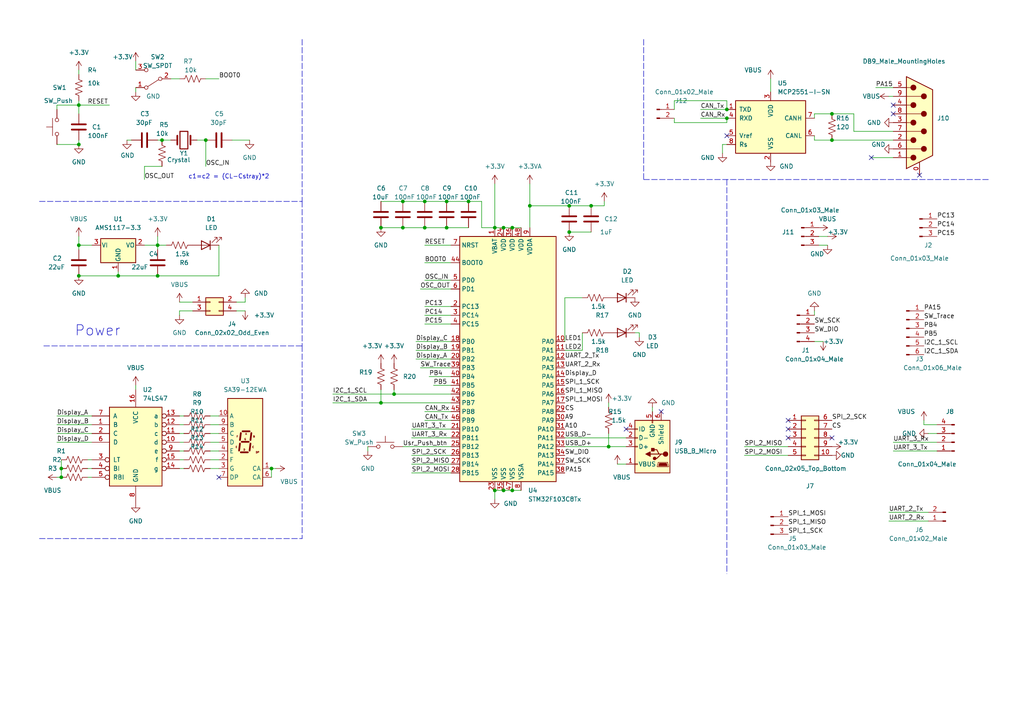
<source format=kicad_sch>
(kicad_sch (version 20211123) (generator eeschema)
  (paper "A4")
  (lib_symbols
    (symbol "74xx:74LS47" (pin_names (offset 1.016))
      (property "Reference" "U" (at -7.62 11.43 0))
      (property "Value" "74LS47" (at -7.62 -13.97 0))
      (symbol "74LS47_1_0"
        (pin input line (at -12.7 5.08 0) (length 5.08) (name "B") (number "1"))
        (pin open_collector inverted (at 12.7 0 180) (length 5.08) (name "d") (number "10"))
        (pin open_collector inverted (at 12.7 2.54 180) (length 5.08) (name "c") (number "11"))
        (pin open_collector inverted (at 12.7 5.08 180) (length 5.08) (name "b") (number "12"))
        (pin open_collector inverted (at 12.7 7.62 180) (length 5.08) (name "a") (number "13"))
        (pin open_collector inverted (at 12.7 -7.62 180) (length 5.08) (name "g") (number "14"))
        (pin open_collector inverted (at 12.7 -5.08 180) (length 5.08) (name "f") (number "15"))
        (pin power_in line (at 0 15.24 270) (length 5.08) (name "VCC") (number "16"))
        (pin input line (at -12.7 2.54 0) (length 5.08) (name "C") (number "2"))
        (pin input inverted (at -12.7 -5.08 0) (length 5.08) (name "LT") (number "3"))
        (pin input inverted (at -12.7 -7.62 0) (length 5.08) (name "BI") (number "4"))
        (pin input inverted (at -12.7 -10.16 0) (length 5.08) (name "RBI") (number "5"))
        (pin input line (at -12.7 0 0) (length 5.08) (name "D") (number "6"))
        (pin input line (at -12.7 7.62 0) (length 5.08) (name "A") (number "7"))
        (pin power_in line (at 0 -17.78 90) (length 5.08) (name "GND") (number "8"))
        (pin open_collector inverted (at 12.7 -2.54 180) (length 5.08) (name "e") (number "9"))
      )
    )
    (symbol "Connector:Conn_01x02_Male" (pin_names (offset 1.016) hide)
      (property "Reference" "J" (at 0 2.54 0))
      (property "Value" "Conn_01x02_Male" (at 0 -5.08 0))
      (symbol "Conn_01x02_Male_1_1"
        (pin passive line (at 5.08 0 180) (length 3.81) (name "Pin_1") (number "1"))
        (pin passive line (at 5.08 -2.54 180) (length 3.81) (name "Pin_2") (number "2"))
      )
    )
    (symbol "Connector:Conn_01x03_Male" (pin_names (offset 1.016) hide)
      (property "Reference" "J" (at 0 5.08 0))
      (property "Value" "Conn_01x03_Male" (at 0 -5.08 0))
      (symbol "Conn_01x03_Male_1_1"
        (pin passive line (at 5.08 2.54 180) (length 3.81) (name "Pin_1") (number "1"))
        (pin passive line (at 5.08 0 180) (length 3.81) (name "Pin_2") (number "2"))
        (pin passive line (at 5.08 -2.54 180) (length 3.81) (name "Pin_3") (number "3"))
      )
    )
    (symbol "Connector:Conn_01x04_Male" (pin_names (offset 1.016) hide)
      (property "Reference" "J" (at 0 5.08 0))
      (property "Value" "Conn_01x04_Male" (at 0 -7.62 0))
      (symbol "Conn_01x04_Male_1_1"
        (pin passive line (at 5.08 2.54 180) (length 3.81) (name "Pin_1") (number "1"))
        (pin passive line (at 5.08 0 180) (length 3.81) (name "Pin_2") (number "2"))
        (pin passive line (at 5.08 -2.54 180) (length 3.81) (name "Pin_3") (number "3"))
        (pin passive line (at 5.08 -5.08 180) (length 3.81) (name "Pin_4") (number "4"))
      )
    )
    (symbol "Connector:Conn_01x06_Male" (pin_names (offset 1.016) hide)
      (property "Reference" "J" (at 0 7.62 0))
      (property "Value" "Conn_01x06_Male" (at 0 -10.16 0))
      (symbol "Conn_01x06_Male_1_1"
        (pin passive line (at 5.08 5.08 180) (length 3.81) (name "Pin_1") (number "1"))
        (pin passive line (at 5.08 2.54 180) (length 3.81) (name "Pin_2") (number "2"))
        (pin passive line (at 5.08 0 180) (length 3.81) (name "Pin_3") (number "3"))
        (pin passive line (at 5.08 -2.54 180) (length 3.81) (name "Pin_4") (number "4"))
        (pin passive line (at 5.08 -5.08 180) (length 3.81) (name "Pin_5") (number "5"))
        (pin passive line (at 5.08 -7.62 180) (length 3.81) (name "Pin_6") (number "6"))
      )
    )
    (symbol "Connector:DB9_Male_MountingHoles" (pin_names (offset 1.016) hide)
      (property "Reference" "J" (at 0 16.51 0))
      (property "Value" "DB9_Male_MountingHoles" (at 0 14.605 0))
      (symbol "DB9_Male_MountingHoles_1_1"
        (pin passive line (at 0 -15.24 90) (length 3.81) (name "PAD") (number "0"))
        (pin passive line (at -7.62 -10.16 0) (length 3.81) (name "1") (number "1"))
        (pin passive line (at -7.62 -5.08 0) (length 3.81) (name "2") (number "2"))
        (pin passive line (at -7.62 0 0) (length 3.81) (name "3") (number "3"))
        (pin passive line (at -7.62 5.08 0) (length 3.81) (name "4") (number "4"))
        (pin passive line (at -7.62 10.16 0) (length 3.81) (name "5") (number "5"))
        (pin passive line (at -7.62 -7.62 0) (length 3.81) (name "6") (number "6"))
        (pin passive line (at -7.62 -2.54 0) (length 3.81) (name "7") (number "7"))
        (pin passive line (at -7.62 2.54 0) (length 3.81) (name "8") (number "8"))
        (pin passive line (at -7.62 7.62 0) (length 3.81) (name "9") (number "9"))
      )
    )
    (symbol "Connector:USB_B_Micro" (pin_names (offset 1.016))
      (property "Reference" "J" (at -5.08 11.43 0))
      (property "Value" "USB_B_Micro" (at -5.08 8.89 0))
      (symbol "USB_B_Micro_1_1"
        (pin power_out line (at 7.62 5.08 180) (length 2.54) (name "VBUS") (number "1"))
        (pin bidirectional line (at 7.62 -2.54 180) (length 2.54) (name "D-") (number "2"))
        (pin bidirectional line (at 7.62 0 180) (length 2.54) (name "D+") (number "3"))
        (pin passive line (at 7.62 -5.08 180) (length 2.54) (name "ID") (number "4"))
        (pin power_out line (at 0 -10.16 90) (length 2.54) (name "GND") (number "5"))
        (pin passive line (at -2.54 -10.16 90) (length 2.54) (name "Shield") (number "6"))
      )
    )
    (symbol "Connector_Generic:Conn_02x02_Odd_Even" (pin_names (offset 1.016) hide)
      (property "Reference" "J" (at 1.27 2.54 0))
      (property "Value" "Conn_02x02_Odd_Even" (at 1.27 -5.08 0))
      (symbol "Conn_02x02_Odd_Even_1_1"
        (pin passive line (at -5.08 0 0) (length 3.81) (name "Pin_1") (number "1"))
        (pin passive line (at 7.62 0 180) (length 3.81) (name "Pin_2") (number "2"))
        (pin passive line (at -5.08 -2.54 0) (length 3.81) (name "Pin_3") (number "3"))
        (pin passive line (at 7.62 -2.54 180) (length 3.81) (name "Pin_4") (number "4"))
      )
    )
    (symbol "Connector_Generic:Conn_02x05_Top_Bottom" (pin_names (offset 1.016) hide)
      (property "Reference" "J" (at 1.27 7.62 0))
      (property "Value" "Conn_02x05_Top_Bottom" (at 1.27 -7.62 0))
      (symbol "Conn_02x05_Top_Bottom_1_1"
        (pin passive line (at -5.08 5.08 0) (length 3.81) (name "Pin_1") (number "1"))
        (pin passive line (at 7.62 -5.08 180) (length 3.81) (name "Pin_10") (number "10"))
        (pin passive line (at -5.08 2.54 0) (length 3.81) (name "Pin_2") (number "2"))
        (pin passive line (at -5.08 0 0) (length 3.81) (name "Pin_3") (number "3"))
        (pin passive line (at -5.08 -2.54 0) (length 3.81) (name "Pin_4") (number "4"))
        (pin passive line (at -5.08 -5.08 0) (length 3.81) (name "Pin_5") (number "5"))
        (pin passive line (at 7.62 5.08 180) (length 3.81) (name "Pin_6") (number "6"))
        (pin passive line (at 7.62 2.54 180) (length 3.81) (name "Pin_7") (number "7"))
        (pin passive line (at 7.62 0 180) (length 3.81) (name "Pin_8") (number "8"))
        (pin passive line (at 7.62 -2.54 180) (length 3.81) (name "Pin_9") (number "9"))
      )
    )
    (symbol "Device:C" (pin_numbers hide) (pin_names (offset 0.254))
      (property "Reference" "C" (at 0.635 2.54 0))
      (property "Value" "C" (at 0.635 -2.54 0))
      (symbol "C_1_1"
        (pin passive line (at 0 3.81 270) (length 2.794) (name "~") (number "1"))
        (pin passive line (at 0 -3.81 90) (length 2.794) (name "~") (number "2"))
      )
    )
    (symbol "Device:Crystal" (pin_numbers hide) (pin_names (offset 1.016) hide)
      (property "Reference" "Y" (at 0 3.81 0))
      (property "Value" "Crystal" (at 0 -3.81 0))
      (symbol "Crystal_1_1"
        (pin passive line (at -3.81 0 0) (length 1.27) (name "1") (number "1"))
        (pin passive line (at 3.81 0 180) (length 1.27) (name "2") (number "2"))
      )
    )
    (symbol "Device:LED" (pin_numbers hide) (pin_names (offset 1.016) hide)
      (property "Reference" "D" (at 0 2.54 0))
      (property "Value" "LED" (at 0 -2.54 0))
      (symbol "LED_1_1"
        (pin passive line (at -3.81 0 0) (length 2.54) (name "K") (number "1"))
        (pin passive line (at 3.81 0 180) (length 2.54) (name "A") (number "2"))
      )
    )
    (symbol "Device:R_US" (pin_numbers hide) (pin_names (offset 0))
      (property "Reference" "R" (at 2.54 0 90))
      (property "Value" "R_US" (at -2.54 0 90))
      (symbol "R_US_1_1"
        (pin passive line (at 0 3.81 270) (length 1.27) (name "~") (number "1"))
        (pin passive line (at 0 -3.81 90) (length 1.27) (name "~") (number "2"))
      )
    )
    (symbol "Display_Character:SA39-12EWA"
      (property "Reference" "U" (at -3.81 13.97 0))
      (property "Value" "SA39-12EWA" (at 6.35 13.97 0))
      (symbol "SA39-12EWA_1_0"
        (text "A" (at 0.254 2.413 0) (effects (font (size 0.508 0.508))))
        (text "B" (at 2.54 1.651 0) (effects (font (size 0.508 0.508))))
        (text "C" (at 2.286 -1.397 0) (effects (font (size 0.508 0.508))))
        (text "D" (at -0.254 -2.159 0) (effects (font (size 0.508 0.508))))
        (text "DP" (at 3.556 -2.921 0) (effects (font (size 0.508 0.508))))
        (text "E" (at -2.54 -1.397 0) (effects (font (size 0.508 0.508))))
        (text "F" (at -2.286 1.651 0) (effects (font (size 0.508 0.508))))
        (text "G" (at 0 0.889 0) (effects (font (size 0.508 0.508))))
      )
      (symbol "SA39-12EWA_1_1"
        (pin input line (at 7.62 -7.62 180) (length 2.54) (name "CA") (number "1"))
        (pin input line (at -7.62 7.62 0) (length 2.54) (name "A") (number "10"))
        (pin input line (at -7.62 -5.08 0) (length 2.54) (name "F") (number "2"))
        (pin input line (at -7.62 -7.62 0) (length 2.54) (name "G") (number "3"))
        (pin input line (at -7.62 -2.54 0) (length 2.54) (name "E") (number "4"))
        (pin input line (at -7.62 0 0) (length 2.54) (name "D") (number "5"))
        (pin input line (at 7.62 -10.16 180) (length 2.54) (name "CA") (number "6"))
        (pin input line (at -7.62 -10.16 0) (length 2.54) (name "DP") (number "7"))
        (pin input line (at -7.62 2.54 0) (length 2.54) (name "C") (number "8"))
        (pin input line (at -7.62 5.08 0) (length 2.54) (name "B") (number "9"))
      )
    )
    (symbol "Interface_CAN_LIN:MCP2551-I-SN" (pin_names (offset 1.016))
      (property "Reference" "U" (at -10.16 8.89 0))
      (property "Value" "MCP2551-I-SN" (at 2.54 8.89 0))
      (symbol "MCP2551-I-SN_1_1"
        (pin input line (at -12.7 5.08 0) (length 2.54) (name "TXD") (number "1"))
        (pin power_in line (at 0 -10.16 90) (length 2.54) (name "VSS") (number "2"))
        (pin power_in line (at 0 10.16 270) (length 2.54) (name "VDD") (number "3"))
        (pin output line (at -12.7 2.54 0) (length 2.54) (name "RXD") (number "4"))
        (pin power_out line (at -12.7 -2.54 0) (length 2.54) (name "Vref") (number "5"))
        (pin bidirectional line (at 12.7 -2.54 180) (length 2.54) (name "CANL") (number "6"))
        (pin bidirectional line (at 12.7 2.54 180) (length 2.54) (name "CANH") (number "7"))
        (pin input line (at -12.7 -5.08 0) (length 2.54) (name "Rs") (number "8"))
      )
    )
    (symbol "MCU_ST_STM32F1:STM32F103C8Tx"
      (property "Reference" "U" (at -15.24 36.83 0))
      (property "Value" "STM32F103C8Tx" (at 7.62 36.83 0))
      (symbol "STM32F103C8Tx_1_1"
        (pin power_in line (at -5.08 38.1 270) (length 2.54) (name "VBAT") (number "1"))
        (pin bidirectional line (at 15.24 5.08 180) (length 2.54) (name "PA0") (number "10"))
        (pin bidirectional line (at 15.24 2.54 180) (length 2.54) (name "PA1") (number "11"))
        (pin bidirectional line (at 15.24 0 180) (length 2.54) (name "PA2") (number "12"))
        (pin bidirectional line (at 15.24 -2.54 180) (length 2.54) (name "PA3") (number "13"))
        (pin bidirectional line (at 15.24 -5.08 180) (length 2.54) (name "PA4") (number "14"))
        (pin bidirectional line (at 15.24 -7.62 180) (length 2.54) (name "PA5") (number "15"))
        (pin bidirectional line (at 15.24 -10.16 180) (length 2.54) (name "PA6") (number "16"))
        (pin bidirectional line (at 15.24 -12.7 180) (length 2.54) (name "PA7") (number "17"))
        (pin bidirectional line (at -17.78 5.08 0) (length 2.54) (name "PB0") (number "18"))
        (pin bidirectional line (at -17.78 2.54 0) (length 2.54) (name "PB1") (number "19"))
        (pin bidirectional line (at -17.78 15.24 0) (length 2.54) (name "PC13") (number "2"))
        (pin bidirectional line (at -17.78 0 0) (length 2.54) (name "PB2") (number "20"))
        (pin bidirectional line (at -17.78 -20.32 0) (length 2.54) (name "PB10") (number "21"))
        (pin bidirectional line (at -17.78 -22.86 0) (length 2.54) (name "PB11") (number "22"))
        (pin power_in line (at -5.08 -38.1 90) (length 2.54) (name "VSS") (number "23"))
        (pin power_in line (at -2.54 38.1 270) (length 2.54) (name "VDD") (number "24"))
        (pin bidirectional line (at -17.78 -25.4 0) (length 2.54) (name "PB12") (number "25"))
        (pin bidirectional line (at -17.78 -27.94 0) (length 2.54) (name "PB13") (number "26"))
        (pin bidirectional line (at -17.78 -30.48 0) (length 2.54) (name "PB14") (number "27"))
        (pin bidirectional line (at -17.78 -33.02 0) (length 2.54) (name "PB15") (number "28"))
        (pin bidirectional line (at 15.24 -15.24 180) (length 2.54) (name "PA8") (number "29"))
        (pin bidirectional line (at -17.78 12.7 0) (length 2.54) (name "PC14") (number "3"))
        (pin bidirectional line (at 15.24 -17.78 180) (length 2.54) (name "PA9") (number "30"))
        (pin bidirectional line (at 15.24 -20.32 180) (length 2.54) (name "PA10") (number "31"))
        (pin bidirectional line (at 15.24 -22.86 180) (length 2.54) (name "PA11") (number "32"))
        (pin bidirectional line (at 15.24 -25.4 180) (length 2.54) (name "PA12") (number "33"))
        (pin bidirectional line (at 15.24 -27.94 180) (length 2.54) (name "PA13") (number "34"))
        (pin power_in line (at -2.54 -38.1 90) (length 2.54) (name "VSS") (number "35"))
        (pin power_in line (at 0 38.1 270) (length 2.54) (name "VDD") (number "36"))
        (pin bidirectional line (at 15.24 -30.48 180) (length 2.54) (name "PA14") (number "37"))
        (pin bidirectional line (at 15.24 -33.02 180) (length 2.54) (name "PA15") (number "38"))
        (pin bidirectional line (at -17.78 -2.54 0) (length 2.54) (name "PB3") (number "39"))
        (pin bidirectional line (at -17.78 10.16 0) (length 2.54) (name "PC15") (number "4"))
        (pin bidirectional line (at -17.78 -5.08 0) (length 2.54) (name "PB4") (number "40"))
        (pin bidirectional line (at -17.78 -7.62 0) (length 2.54) (name "PB5") (number "41"))
        (pin bidirectional line (at -17.78 -10.16 0) (length 2.54) (name "PB6") (number "42"))
        (pin bidirectional line (at -17.78 -12.7 0) (length 2.54) (name "PB7") (number "43"))
        (pin input line (at -17.78 27.94 0) (length 2.54) (name "BOOT0") (number "44"))
        (pin bidirectional line (at -17.78 -15.24 0) (length 2.54) (name "PB8") (number "45"))
        (pin bidirectional line (at -17.78 -17.78 0) (length 2.54) (name "PB9") (number "46"))
        (pin power_in line (at 0 -38.1 90) (length 2.54) (name "VSS") (number "47"))
        (pin power_in line (at 2.54 38.1 270) (length 2.54) (name "VDD") (number "48"))
        (pin input line (at -17.78 22.86 0) (length 2.54) (name "PD0") (number "5"))
        (pin input line (at -17.78 20.32 0) (length 2.54) (name "PD1") (number "6"))
        (pin input line (at -17.78 33.02 0) (length 2.54) (name "NRST") (number "7"))
        (pin power_in line (at 2.54 -38.1 90) (length 2.54) (name "VSSA") (number "8"))
        (pin power_in line (at 5.08 38.1 270) (length 2.54) (name "VDDA") (number "9"))
      )
    )
    (symbol "Regulator_Linear:AMS1117-3.3" (pin_names (offset 0.254))
      (property "Reference" "U" (at -3.81 3.175 0))
      (property "Value" "AMS1117-3.3" (at 0 3.175 0))
      (symbol "AMS1117-3.3_1_1"
        (pin power_in line (at 0 -7.62 90) (length 2.54) (name "GND") (number "1"))
        (pin power_out line (at 7.62 0 180) (length 2.54) (name "VO") (number "2"))
        (pin power_in line (at -7.62 0 0) (length 2.54) (name "VI") (number "3"))
      )
    )
    (symbol "Switch:SW_Push" (pin_numbers hide) (pin_names (offset 1.016) hide)
      (property "Reference" "SW" (at 1.27 2.54 0))
      (property "Value" "SW_Push" (at 0 -1.524 0))
      (symbol "SW_Push_0_1"
        (pin passive line (at -5.08 0 0) (length 2.54) (name "1") (number "1"))
        (pin passive line (at 5.08 0 180) (length 2.54) (name "2") (number "2"))
      )
    )
    (symbol "Switch:SW_SPDT" (pin_names (offset 0) hide)
      (property "Reference" "SW" (at 0 4.318 0))
      (property "Value" "SW_SPDT" (at 0 -5.08 0))
      (symbol "SW_SPDT_1_1"
        (pin passive line (at 5.08 2.54 180) (length 2.54) (name "A") (number "1"))
        (pin passive line (at -5.08 0 0) (length 2.54) (name "B") (number "2"))
        (pin passive line (at 5.08 -2.54 180) (length 2.54) (name "C") (number "3"))
      )
    )
    (symbol "power:+3.3V" (power) (pin_names (offset 0))
      (property "Value" "+3.3V" (at 0 3.556 0))
      (symbol "+3.3V_1_1"
        (pin power_in line (at 0 0 90) (length 0) hide (name "+3.3V") (number "1"))
      )
    )
    (symbol "power:+3.3VA" (power) (pin_names (offset 0))
      (property "Value" "+3.3VA" (at 0 3.556 0))
      (symbol "+3.3VA_1_1"
        (pin power_in line (at 0 0 90) (length 0) hide (name "+3.3VA") (number "1"))
      )
    )
    (symbol "power:GND" (power) (pin_names (offset 0))
      (property "Value" "GND" (at 0 -3.81 0))
      (symbol "GND_1_1"
        (pin power_in line (at 0 0 270) (length 0) hide (name "GND") (number "1"))
      )
    )
    (symbol "power:VBUS" (power) (pin_names (offset 0))
      (property "Value" "VBUS" (at 0 3.81 0))
      (symbol "VBUS_1_1"
        (pin power_in line (at 0 0 90) (length 0) hide (name "VBUS") (number "1"))
      )
    )
  )
  (junction (at 78.74 135.89))
  (junction (at 22.86 41.91))
  (junction (at 171.45 59.69))
  (junction (at 110.49 66.04))
  (junction (at 146.05 66.04))
  (junction (at 148.59 66.04))
  (junction (at 129.54 58.42))
  (junction (at 17.78 135.89))
  (junction (at 143.51 66.04))
  (junction (at 22.86 80.01))
  (junction (at 241.3 33.02))
  (junction (at 210.82 31.75))
  (junction (at 22.86 71.12))
  (junction (at 114.3 114.3))
  (junction (at 135.89 58.42))
  (junction (at 110.49 116.84))
  (junction (at 45.72 80.01))
  (junction (at 153.67 59.69))
  (junction (at 45.72 71.12))
  (junction (at 146.05 142.24))
  (junction (at 116.84 66.04))
  (junction (at 176.53 129.54))
  (junction (at 143.51 142.24))
  (junction (at 148.59 142.24))
  (junction (at 123.19 58.42))
  (junction (at 17.78 138.43))
  (junction (at 123.19 66.04))
  (junction (at 59.69 40.64))
  (junction (at 165.1 59.69))
  (junction (at 46.99 40.64))
  (junction (at 241.3 40.64))
  (junction (at 34.29 80.01))
  (junction (at 210.82 34.29))
  (junction (at 165.1 67.31))
  (junction (at 129.54 66.04))
  (junction (at 22.86 30.48))
  (junction (at 116.84 58.42))
  (no_connect (at 191.77 119.38))
  (no_connect (at 210.82 39.37))
  (no_connect (at 259.08 33.02))
  (no_connect (at 181.61 124.46))
  (no_connect (at 241.3 127))
  (no_connect (at 259.08 30.48))
  (no_connect (at 228.6 121.92))
  (no_connect (at 252.73 45.72))
  (no_connect (at 228.6 124.46))
  (no_connect (at 228.6 127))
  (no_connect (at 63.5 138.43))
  (no_connect (at 266.7 50.8))
  (polyline (pts (xy 210.82 52.07) (xy 210.82 166.37)))
  (wire (pts (xy 123.19 121.92) (xy 130.81 121.92)))
  (wire (pts (xy 57.15 40.64) (xy 59.69 40.64)))
  (wire (pts (xy 49.53 40.64) (xy 46.99 40.64)))
  (wire (pts (xy 39.37 111.76) (xy 39.37 113.03)))
  (wire (pts (xy 176.53 116.84) (xy 176.53 118.11)))
  (wire (pts (xy 119.38 124.46) (xy 130.81 124.46)))
  (wire (pts (xy 22.86 30.48) (xy 22.86 29.21)))
  (wire (pts (xy 121.92 106.68) (xy 130.81 106.68)))
  (wire (pts (xy 215.9 132.08) (xy 228.6 132.08)))
  (wire (pts (xy 195.58 34.29) (xy 195.58 35.56)))
  (wire (pts (xy 16.51 123.19) (xy 26.67 123.19)))
  (wire (pts (xy 179.07 134.62) (xy 181.61 134.62)))
  (wire (pts (xy 195.58 29.21) (xy 210.82 29.21)))
  (wire (pts (xy 168.91 101.6) (xy 163.83 101.6)))
  (wire (pts (xy 123.19 71.12) (xy 130.81 71.12)))
  (wire (pts (xy 203.2 34.29) (xy 210.82 34.29)))
  (wire (pts (xy 257.81 27.94) (xy 259.08 27.94)))
  (wire (pts (xy 59.69 40.64) (xy 59.69 48.26)))
  (wire (pts (xy 53.34 128.27) (xy 52.07 128.27)))
  (wire (pts (xy 52.07 87.63) (xy 55.88 87.63)))
  (wire (pts (xy 247.65 33.02) (xy 241.3 33.02)))
  (wire (pts (xy 163.83 86.36) (xy 163.83 99.06)))
  (wire (pts (xy 49.53 22.86) (xy 52.07 22.86)))
  (wire (pts (xy 63.5 71.12) (xy 63.5 80.01)))
  (wire (pts (xy 68.58 90.17) (xy 71.12 90.17)))
  (wire (pts (xy 123.19 81.28) (xy 130.81 81.28)))
  (wire (pts (xy 241.3 40.64) (xy 259.08 40.64)))
  (wire (pts (xy 96.52 116.84) (xy 110.49 116.84)))
  (polyline (pts (xy 87.63 100.33) (xy 87.63 156.21)))
  (wire (pts (xy 135.89 58.42) (xy 139.7 58.42)))
  (wire (pts (xy 185.42 96.52) (xy 185.42 97.79)))
  (wire (pts (xy 110.49 58.42) (xy 116.84 58.42)))
  (wire (pts (xy 176.53 125.73) (xy 176.53 129.54)))
  (wire (pts (xy 237.49 71.12) (xy 240.03 71.12)))
  (wire (pts (xy 259.08 128.27) (xy 271.78 128.27)))
  (wire (pts (xy 63.5 128.27) (xy 60.96 128.27)))
  (wire (pts (xy 119.38 132.08) (xy 130.81 132.08)))
  (wire (pts (xy 114.3 113.03) (xy 114.3 114.3)))
  (wire (pts (xy 237.49 68.58) (xy 240.03 68.58)))
  (wire (pts (xy 36.83 40.64) (xy 38.1 40.64)))
  (wire (pts (xy 123.19 93.98) (xy 130.81 93.98)))
  (wire (pts (xy 63.5 135.89) (xy 60.96 135.89)))
  (wire (pts (xy 52.07 91.44) (xy 52.07 90.17)))
  (wire (pts (xy 123.19 66.04) (xy 129.54 66.04)))
  (wire (pts (xy 119.38 134.62) (xy 130.81 134.62)))
  (wire (pts (xy 106.68 130.81) (xy 106.68 129.54)))
  (wire (pts (xy 116.84 58.42) (xy 123.19 58.42)))
  (wire (pts (xy 119.38 137.16) (xy 130.81 137.16)))
  (wire (pts (xy 236.22 34.29) (xy 236.22 33.02)))
  (wire (pts (xy 53.34 130.81) (xy 52.07 130.81)))
  (wire (pts (xy 269.24 125.73) (xy 271.78 125.73)))
  (wire (pts (xy 139.7 66.04) (xy 143.51 66.04)))
  (wire (pts (xy 22.86 71.12) (xy 26.67 71.12)))
  (wire (pts (xy 68.58 87.63) (xy 71.12 87.63)))
  (wire (pts (xy 45.72 68.58) (xy 45.72 71.12)))
  (wire (pts (xy 41.91 71.12) (xy 45.72 71.12)))
  (wire (pts (xy 123.19 58.42) (xy 129.54 58.42)))
  (wire (pts (xy 267.97 121.92) (xy 267.97 123.19)))
  (wire (pts (xy 22.86 30.48) (xy 22.86 33.02)))
  (wire (pts (xy 210.82 35.56) (xy 210.82 34.29)))
  (wire (pts (xy 53.34 133.35) (xy 52.07 133.35)))
  (wire (pts (xy 236.22 40.64) (xy 241.3 40.64)))
  (wire (pts (xy 124.46 109.22) (xy 130.81 109.22)))
  (wire (pts (xy 254 25.4) (xy 259.08 25.4)))
  (wire (pts (xy 129.54 66.04) (xy 135.89 66.04)))
  (wire (pts (xy 148.59 142.24) (xy 151.13 142.24)))
  (wire (pts (xy 143.51 66.04) (xy 146.05 66.04)))
  (wire (pts (xy 25.4 133.35) (xy 26.67 133.35)))
  (wire (pts (xy 53.34 135.89) (xy 52.07 135.89)))
  (wire (pts (xy 67.31 40.64) (xy 72.39 40.64)))
  (wire (pts (xy 22.86 80.01) (xy 34.29 80.01)))
  (wire (pts (xy 22.86 40.64) (xy 22.86 41.91)))
  (wire (pts (xy 45.72 71.12) (xy 45.72 72.39)))
  (wire (pts (xy 148.59 66.04) (xy 151.13 66.04)))
  (wire (pts (xy 168.91 96.52) (xy 168.91 101.6)))
  (wire (pts (xy 16.51 30.48) (xy 22.86 30.48)))
  (wire (pts (xy 125.73 111.76) (xy 130.81 111.76)))
  (wire (pts (xy 110.49 116.84) (xy 130.81 116.84)))
  (wire (pts (xy 71.12 87.63) (xy 71.12 86.36)))
  (wire (pts (xy 96.52 114.3) (xy 114.3 114.3)))
  (wire (pts (xy 165.1 59.69) (xy 171.45 59.69)))
  (wire (pts (xy 257.81 151.13) (xy 269.24 151.13)))
  (wire (pts (xy 25.4 135.89) (xy 26.67 135.89)))
  (wire (pts (xy 143.51 144.78) (xy 143.51 142.24)))
  (wire (pts (xy 184.15 96.52) (xy 185.42 96.52)))
  (wire (pts (xy 146.05 142.24) (xy 148.59 142.24)))
  (wire (pts (xy 121.92 83.82) (xy 130.81 83.82)))
  (wire (pts (xy 34.29 78.74) (xy 34.29 80.01)))
  (wire (pts (xy 252.73 45.72) (xy 259.08 45.72)))
  (wire (pts (xy 175.26 59.69) (xy 171.45 59.69)))
  (wire (pts (xy 223.52 22.86) (xy 223.52 26.67)))
  (wire (pts (xy 120.65 104.14) (xy 130.81 104.14)))
  (wire (pts (xy 41.91 52.07) (xy 41.91 48.26)))
  (polyline (pts (xy 12.7 100.33) (xy 87.63 100.33)))
  (wire (pts (xy 25.4 138.43) (xy 26.67 138.43)))
  (wire (pts (xy 203.2 31.75) (xy 210.82 31.75)))
  (wire (pts (xy 22.86 30.48) (xy 31.75 30.48)))
  (wire (pts (xy 16.51 41.91) (xy 22.86 41.91)))
  (wire (pts (xy 267.97 123.19) (xy 271.78 123.19)))
  (wire (pts (xy 53.34 120.65) (xy 52.07 120.65)))
  (wire (pts (xy 52.07 90.17) (xy 55.88 90.17)))
  (polyline (pts (xy 87.63 58.42) (xy 87.63 100.33)))
  (wire (pts (xy 129.54 58.42) (xy 135.89 58.42)))
  (wire (pts (xy 16.51 120.65) (xy 26.67 120.65)))
  (wire (pts (xy 175.26 58.42) (xy 175.26 59.69)))
  (wire (pts (xy 63.5 125.73) (xy 60.96 125.73)))
  (wire (pts (xy 63.5 123.19) (xy 60.96 123.19)))
  (wire (pts (xy 17.78 133.35) (xy 17.78 135.89)))
  (wire (pts (xy 39.37 17.78) (xy 39.37 20.32)))
  (wire (pts (xy 195.58 35.56) (xy 210.82 35.56)))
  (wire (pts (xy 236.22 33.02) (xy 241.3 33.02)))
  (wire (pts (xy 17.78 135.89) (xy 17.78 138.43)))
  (wire (pts (xy 80.01 135.89) (xy 78.74 135.89)))
  (wire (pts (xy 123.19 91.44) (xy 130.81 91.44)))
  (wire (pts (xy 53.34 123.19) (xy 52.07 123.19)))
  (wire (pts (xy 189.23 118.11) (xy 189.23 119.38)))
  (polyline (pts (xy 11.43 58.42) (xy 87.63 58.42)))
  (wire (pts (xy 16.51 128.27) (xy 26.67 128.27)))
  (wire (pts (xy 16.51 31.75) (xy 16.51 30.48)))
  (wire (pts (xy 259.08 38.1) (xy 247.65 38.1)))
  (wire (pts (xy 110.49 113.03) (xy 110.49 116.84)))
  (wire (pts (xy 34.29 80.01) (xy 45.72 80.01)))
  (wire (pts (xy 163.83 129.54) (xy 176.53 129.54)))
  (wire (pts (xy 63.5 133.35) (xy 60.96 133.35)))
  (wire (pts (xy 236.22 39.37) (xy 236.22 40.64)))
  (wire (pts (xy 247.65 38.1) (xy 247.65 33.02)))
  (wire (pts (xy 53.34 125.73) (xy 52.07 125.73)))
  (wire (pts (xy 153.67 53.34) (xy 153.67 59.69)))
  (wire (pts (xy 63.5 80.01) (xy 45.72 80.01)))
  (wire (pts (xy 63.5 130.81) (xy 60.96 130.81)))
  (wire (pts (xy 215.9 129.54) (xy 228.6 129.54)))
  (wire (pts (xy 41.91 48.26) (xy 46.99 48.26)))
  (wire (pts (xy 110.49 66.04) (xy 116.84 66.04)))
  (wire (pts (xy 176.53 129.54) (xy 181.61 129.54)))
  (wire (pts (xy 209.55 44.45) (xy 209.55 41.91)))
  (wire (pts (xy 236.22 90.17) (xy 236.22 91.44)))
  (wire (pts (xy 209.55 41.91) (xy 210.82 41.91)))
  (wire (pts (xy 153.67 66.04) (xy 153.67 59.69)))
  (wire (pts (xy 259.08 130.81) (xy 271.78 130.81)))
  (wire (pts (xy 168.91 86.36) (xy 163.83 86.36)))
  (polyline (pts (xy 87.63 11.43) (xy 87.63 58.42)))
  (wire (pts (xy 22.86 72.39) (xy 22.86 71.12)))
  (wire (pts (xy 78.74 135.89) (xy 78.74 138.43)))
  (wire (pts (xy 236.22 99.06) (xy 238.76 99.06)))
  (wire (pts (xy 165.1 67.31) (xy 171.45 67.31)))
  (wire (pts (xy 257.81 148.59) (xy 269.24 148.59)))
  (wire (pts (xy 143.51 53.34) (xy 143.51 66.04)))
  (wire (pts (xy 153.67 59.69) (xy 165.1 59.69)))
  (wire (pts (xy 143.51 142.24) (xy 146.05 142.24)))
  (wire (pts (xy 63.5 120.65) (xy 60.96 120.65)))
  (wire (pts (xy 16.51 125.73) (xy 26.67 125.73)))
  (wire (pts (xy 16.51 138.43) (xy 17.78 138.43)))
  (polyline (pts (xy 186.69 52.07) (xy 287.02 52.07)))
  (wire (pts (xy 123.19 88.9) (xy 130.81 88.9)))
  (wire (pts (xy 39.37 26.67) (xy 39.37 25.4)))
  (wire (pts (xy 114.3 114.3) (xy 130.81 114.3)))
  (polyline (pts (xy 11.43 156.21) (xy 87.63 156.21)))
  (wire (pts (xy 163.83 127) (xy 181.61 127)))
  (wire (pts (xy 116.84 66.04) (xy 123.19 66.04)))
  (wire (pts (xy 22.86 68.58) (xy 22.86 71.12)))
  (wire (pts (xy 139.7 58.42) (xy 139.7 66.04)))
  (wire (pts (xy 22.86 20.32) (xy 22.86 21.59)))
  (polyline (pts (xy 186.69 11.43) (xy 186.69 52.07)))
  (wire (pts (xy 45.72 71.12) (xy 48.26 71.12)))
  (wire (pts (xy 120.65 101.6) (xy 130.81 101.6)))
  (wire (pts (xy 119.38 127) (xy 130.81 127)))
  (wire (pts (xy 195.58 31.75) (xy 195.58 29.21)))
  (wire (pts (xy 45.72 40.64) (xy 46.99 40.64)))
  (wire (pts (xy 120.65 99.06) (xy 130.81 99.06)))
  (wire (pts (xy 123.19 119.38) (xy 130.81 119.38)))
  (wire (pts (xy 116.84 129.54) (xy 130.81 129.54)))
  (wire (pts (xy 123.19 76.2) (xy 130.81 76.2)))
  (wire (pts (xy 210.82 29.21) (xy 210.82 31.75)))
  (wire (pts (xy 146.05 66.04) (xy 148.59 66.04)))
  (wire (pts (xy 63.5 22.86) (xy 59.69 22.86)))
  (text "Power" (at 21.59 97.79 0) (effects (font (size 3 3)) (justify left bottom)))
  (text "c1=c2 = (CL-Cstray)*2\n" (at 54.61 52.07 0) (effects (font (size 1.27 1.27)) (justify left bottom)))
  (label "SPI_1_SCK" (at 163.83 111.76 0))
  (label "SW_Trace" (at 121.92 106.68 0))
  (label "PC14" (at 123.19 91.44 0))
  (label "Display_C" (at 16.51 125.73 0))
  (label "PA15" (at 254 25.4 0))
  (label "SPI_1_SCK" (at 228.6 154.94 0))
  (label "SW_DIO" (at 163.83 132.08 0))
  (label "I2C_1_SDA" (at 267.97 102.87 0))
  (label "BOOT0" (at 123.19 76.2 0))
  (label "PA15" (at 163.83 137.16 0))
  (label "PC14" (at 271.78 66.04 0))
  (label "SPI_1_MISO" (at 228.6 152.4 0))
  (label "UART_2_Rx" (at 257.81 151.13 0))
  (label "Display_B" (at 16.51 123.19 0))
  (label "UART_2_Rx" (at 163.83 106.68 0))
  (label "UART_3_Rx" (at 259.08 128.27 0))
  (label "PC15" (at 123.19 93.98 0))
  (label "PB5" (at 267.97 97.79 0))
  (label "SW_DIO" (at 236.22 96.52 0))
  (label "SPI_1_MOSI" (at 228.6 149.86 0))
  (label "PB4" (at 267.97 95.25 0))
  (label "SW_Trace" (at 267.97 92.71 0))
  (label "UART_3_Tx" (at 119.38 124.46 0))
  (label "I2C_1_SCL" (at 267.97 100.33 0))
  (label "OSC_IN" (at 59.69 48.26 0))
  (label "PA15" (at 267.97 90.17 0))
  (label "RESET" (at 123.19 71.12 0))
  (label "Display_D" (at 163.83 109.22 0))
  (label "SPI_2_MOSI" (at 215.9 132.08 0))
  (label "USB_D+" (at 163.83 129.54 0))
  (label "SPI_1_MOSI" (at 163.83 116.84 0))
  (label "CAN_Rx" (at 123.19 119.38 0))
  (label "SW_SCK" (at 163.83 134.62 0))
  (label "SPI_1_MISO" (at 163.83 114.3 0))
  (label "Display_C" (at 120.65 99.06 0))
  (label "Usr_Push_btn" (at 116.84 129.54 0))
  (label "USB_D-" (at 163.83 127 0))
  (label "LED2" (at 163.83 101.6 0))
  (label "A9" (at 163.83 121.92 0))
  (label "OSC_OUT" (at 121.92 83.82 0))
  (label "BOOT0" (at 63.5 22.86 0))
  (label "PB4" (at 124.46 109.22 0))
  (label "SPI_2_SCK" (at 119.38 132.08 0))
  (label "Display_A" (at 16.51 120.65 0))
  (label "UART_2_Tx" (at 163.83 104.14 0))
  (label "SPI_2_SCK" (at 241.3 121.92 0))
  (label "PC13" (at 123.19 88.9 0))
  (label "CAN_Tx" (at 123.19 121.92 0))
  (label "I2C_1_SDA" (at 96.52 116.84 0))
  (label "SPI_2_MOSI" (at 119.38 137.16 0))
  (label "I2C_1_SCL" (at 96.52 114.3 0))
  (label "PC15" (at 271.78 68.58 0))
  (label "CAN_Tx" (at 203.2 31.75 0))
  (label "Display_A" (at 120.65 104.14 0))
  (label "LED1" (at 163.83 99.06 0))
  (label "RESET" (at 25.4 30.48 0))
  (label "CAN_Rx" (at 203.2 34.29 0))
  (label "PB5" (at 125.73 111.76 0))
  (label "OSC_IN" (at 123.19 81.28 0))
  (label "UART_3_Tx" (at 259.08 130.81 0))
  (label "Display_B" (at 120.65 101.6 0))
  (label "SPI_2_MISO" (at 119.38 134.62 0))
  (label "SW_SCK" (at 236.22 93.98 0))
  (label "CS" (at 163.83 119.38 0))
  (label "UART_3_Rx" (at 119.38 127 0))
  (label "Display_D" (at 16.51 128.27 0))
  (label "PC13" (at 271.78 63.5 0))
  (label "UART_2_Tx" (at 257.81 148.59 0))
  (label "OSC_OUT" (at 41.91 52.07 0))
  (label "CS" (at 241.3 124.46 0))
  (label "A10" (at 163.83 124.46 0))
  (label "SPI_2_MISO" (at 215.9 129.54 0))
  (symbol (lib_id "power:GND") (at 143.51 144.78 0) (unit 1)
    (property "Reference" "#PWR0137" (effects hide))
    (property "Value" "GND" (at 146.05 146.0499 0) (effects (justify left)))
  )
  (symbol (lib_id "Device:R_US") (at 176.53 121.92 180) (unit 1)
    (property "Reference" "R15" (at 180.34 119.38 0) (effects (justify left)))
    (property "Value" "1.5k" (at 181.61 121.92 0) (effects (justify left)))
    (property "Footprint" "Resistor_SMD:R_0805_2012Metric_Pad1.20x1.40mm_HandSolder" (effects hide))
  )
  (symbol (lib_id "Connector:Conn_01x03_Male") (at 266.7 66.04 0) (unit 1)
    (property "Reference" "J2" (at 269.24 71.12 0))
    (property "Value" "Conn_01x03_Male" (at 266.7 74.93 0))
    (property "Footprint" "Connector_PinHeader_2.54mm:PinHeader_1x03_P2.54mm_Vertical" (effects hide))
  )
  (symbol (lib_id "power:GND") (at 22.86 41.91 0) (unit 1)
    (property "Reference" "#PWR0101" (effects hide))
    (property "Value" "GND" (at 22.86 46.99 0))
  )
  (symbol (lib_id "Device:LED") (at 180.34 86.36 180) (unit 1)
    (property "Reference" "D2" (at 181.9275 78.74 0))
    (property "Value" "LED" (at 181.9275 81.28 0))
    (property "Footprint" "LED_SMD:LED_0805_2012Metric_Pad1.15x1.40mm_HandSolder" (effects hide))
  )
  (symbol (lib_id "power:GND") (at 185.42 97.79 0) (unit 1)
    (property "Reference" "#PWR0140" (effects hide))
    (property "Value" "GND" (at 185.42 102.87 0))
  )
  (symbol (lib_id "power:GND") (at 259.08 35.56 270) (unit 1)
    (property "Reference" "#PWR0130" (effects hide))
    (property "Value" "GND" (at 251.46 35.56 90) (effects (justify left)))
  )
  (symbol (lib_id "power:GND") (at 184.15 86.36 0) (unit 1)
    (property "Reference" "#PWR0141" (effects hide))
    (property "Value" "GND" (at 184.15 91.44 0))
  )
  (symbol (lib_id "power:GND") (at 236.22 90.17 180) (unit 1)
    (property "Reference" "#PWR0119" (effects hide))
    (property "Value" "GND" (at 236.22 85.09 0))
  )
  (symbol (lib_id "MCU_ST_STM32F1:STM32F103C8Tx") (at 148.59 104.14 0) (unit 1)
    (property "Reference" "U4" (at 153.1494 142.24 0) (effects (justify left)))
    (property "Value" "STM32F103C8Tx" (at 153.1494 144.78 0) (effects (justify left)))
    (property "Footprint" "Package_QFP:LQFP-48_7x7mm_P0.5mm" (effects hide))
    (property "Datasheet" "http://www.st.com/st-web-ui/static/active/en/resource/technical/document/datasheet/CD00161566.pdf" (effects hide))
  )
  (symbol (lib_id "Interface_CAN_LIN:MCP2551-I-SN") (at 223.52 36.83 0) (unit 1)
    (property "Reference" "U5" (at 225.5394 24.13 0) (effects (justify left)))
    (property "Value" "MCP2551-I-SN" (at 225.5394 26.67 0) (effects (justify left)))
    (property "Footprint" "Package_DIP:DIP-8_W7.62mm" (effects hide))
    (property "Datasheet" "http://ww1.microchip.com/downloads/en/devicedoc/21667d.pdf" (effects hide))
  )
  (symbol (lib_id "power:VBUS") (at 223.52 22.86 0) (unit 1)
    (property "Reference" "#PWR0128" (effects hide))
    (property "Value" "VBUS" (at 218.44 20.32 0))
  )
  (symbol (lib_id "power:VBUS") (at 267.97 121.92 0) (unit 1)
    (property "Reference" "#PWR0132" (effects hide))
    (property "Value" "VBUS" (at 262.89 119.38 0))
  )
  (symbol (lib_id "Connector:Conn_01x04_Male") (at 276.86 128.27 180) (unit 1)
    (property "Reference" "J8" (at 274.32 119.38 0) (effects (justify right)))
    (property "Value" "Conn_01x04_Male" (at 260.35 134.62 0) (effects (justify right)))
    (property "Footprint" "Connector_PinHeader_2.54mm:PinHeader_1x04_P2.54mm_Vertical" (effects hide))
  )
  (symbol (lib_id "Connector:Conn_01x02_Male") (at 190.5 31.75 0) (unit 1)
    (property "Reference" "J12" (at 199.39 29.21 0) (effects (justify right)))
    (property "Value" "Conn_01x02_Male" (at 207.01 26.67 0) (effects (justify right)))
    (property "Footprint" "Connector_PinHeader_2.54mm:PinHeader_1x02_P2.54mm_Vertical" (effects hide))
  )
  (symbol (lib_id "Device:C") (at 45.72 76.2 0) (unit 1)
    (property "Reference" "C4" (at 43.18 73.66 0) (effects (justify left)))
    (property "Value" "22uF" (at 38.1 77.47 0) (effects (justify left)))
    (property "Footprint" "Capacitor_SMD:C_0805_2012Metric_Pad1.18x1.45mm_HandSolder" (effects hide))
  )
  (symbol (lib_id "power:VBUS") (at 22.86 68.58 0) (unit 1)
    (property "Reference" "#PWR0108" (effects hide))
    (property "Value" "VBUS" (at 22.86 63.5 0))
  )
  (symbol (lib_id "Device:C") (at 22.86 36.83 0) (unit 1)
    (property "Reference" "C1" (at 26.67 36.83 0) (effects (justify left)))
    (property "Value" "100nF" (at 25.4 39.37 0) (effects (justify left)))
    (property "Footprint" "Capacitor_SMD:C_0805_2012Metric_Pad1.18x1.45mm_HandSolder" (effects hide))
  )
  (symbol (lib_id "power:+3.3V") (at 238.76 99.06 180) (unit 1)
    (property "Reference" "#PWR0120" (effects hide))
    (property "Value" "+3.3V" (at 238.76 99.06 0) (effects (justify right)))
  )
  (symbol (lib_id "power:+3.3V") (at 45.72 68.58 0) (unit 1)
    (property "Reference" "#PWR0107" (effects hide))
    (property "Value" "+3.3V" (at 45.72 63.5 0))
  )
  (symbol (lib_id "power:+3.3V") (at 71.12 90.17 180) (unit 1)
    (property "Reference" "#PWR0112" (effects hide))
    (property "Value" "+3.3V" (at 73.66 91.4399 0) (effects (justify right)))
  )
  (symbol (lib_id "Device:R_US") (at 57.15 133.35 90) (unit 1)
    (property "Reference" "R13" (at 57.15 127 90))
    (property "Value" "R_US" (effects hide))
    (property "Footprint" "Resistor_SMD:R_0805_2012Metric_Pad1.20x1.40mm_HandSolder" (effects hide))
  )
  (symbol (lib_id "power:GND") (at 72.39 40.64 0) (unit 1)
    (property "Reference" "#PWR0109" (effects hide))
    (property "Value" "GND" (at 72.39 45.72 0))
  )
  (symbol (lib_id "Connector_Generic:Conn_02x02_Odd_Even") (at 60.96 87.63 0) (unit 1)
    (property "Reference" "J4" (at 67.31 93.98 0))
    (property "Value" "Conn_02x02_Odd_Even" (at 67.31 96.52 0))
    (property "Footprint" "Connector_PinHeader_2.54mm:PinHeader_2x02_P2.54mm_Vertical" (effects hide))
  )
  (symbol (lib_id "Device:C") (at 171.45 63.5 0) (unit 1)
    (property "Reference" "C12" (at 175.26 63.5 0) (effects (justify left)))
    (property "Value" "1uF" (at 173.99 67.31 0) (effects (justify left)))
    (property "Footprint" "Capacitor_SMD:C_0805_2012Metric_Pad1.18x1.45mm_HandSolder" (effects hide))
  )
  (symbol (lib_id "Device:R_US") (at 57.15 135.89 90) (unit 1)
    (property "Reference" "R14" (at 57.15 129.54 90))
    (property "Value" "R_US" (effects hide))
    (property "Footprint" "Resistor_SMD:R_0805_2012Metric_Pad1.20x1.40mm_HandSolder" (effects hide))
  )
  (symbol (lib_id "Device:C") (at 41.91 40.64 270) (unit 1)
    (property "Reference" "C3" (at 40.64 33.02 90) (effects (justify left)))
    (property "Value" "30pF" (at 39.37 35.56 90) (effects (justify left)))
    (property "Footprint" "Capacitor_SMD:C_0805_2012Metric_Pad1.18x1.45mm_HandSolder" (effects hide))
  )
  (symbol (lib_id "Device:R_US") (at 52.07 71.12 270) (unit 1)
    (property "Reference" "R6" (at 52.07 76.2 90) (effects (justify left)))
    (property "Value" "1.5k" (at 50.8 73.66 90) (effects (justify left)))
    (property "Footprint" "Resistor_SMD:R_0805_2012Metric_Pad1.20x1.40mm_HandSolder" (effects hide))
  )
  (symbol (lib_id "power:VBUS") (at 257.81 27.94 90) (unit 1)
    (property "Reference" "#PWR0131" (effects hide))
    (property "Value" "VBUS" (at 252.73 27.94 90))
  )
  (symbol (lib_id "power:+3.3V") (at 176.53 116.84 0) (unit 1)
    (property "Reference" "#PWR0139" (effects hide))
    (property "Value" "+3.3V" (at 180.34 115.57 0))
  )
  (symbol (lib_id "power:GND") (at 36.83 40.64 0) (unit 1)
    (property "Reference" "#PWR0104" (effects hide))
    (property "Value" "GND" (at 34.925 45.085 0) (effects (justify left)))
  )
  (symbol (lib_id "Device:C") (at 63.5 40.64 270) (unit 1)
    (property "Reference" "C5" (at 62.23 33.02 90) (effects (justify left)))
    (property "Value" "30pF" (at 60.96 35.56 90) (effects (justify left)))
    (property "Footprint" "Capacitor_SMD:C_0805_2012Metric_Pad1.18x1.45mm_HandSolder" (effects hide))
  )
  (symbol (lib_id "Device:R_US") (at 57.15 125.73 90) (unit 1)
    (property "Reference" "R10" (at 57.15 119.38 90))
    (property "Value" "R_US" (effects hide))
    (property "Footprint" "Resistor_SMD:R_0805_2012Metric_Pad1.20x1.40mm_HandSolder" (effects hide))
  )
  (symbol (lib_id "Device:R_US") (at 57.15 128.27 90) (unit 1)
    (property "Reference" "R11" (at 57.15 121.92 90))
    (property "Value" "R_US" (effects hide))
    (property "Footprint" "Resistor_SMD:R_0805_2012Metric_Pad1.20x1.40mm_HandSolder" (effects hide))
  )
  (symbol (lib_id "Device:R_US") (at 57.15 123.19 90) (unit 1)
    (property "Reference" "R9" (at 57.15 116.84 90))
    (property "Value" "R_US" (effects hide))
    (property "Footprint" "Resistor_SMD:R_0805_2012Metric_Pad1.20x1.40mm_HandSolder" (effects hide))
  )
  (symbol (lib_id "power:VBUS") (at 39.37 111.76 0) (unit 1)
    (property "Reference" "#PWR0114" (effects hide))
    (property "Value" "VBUS" (at 39.37 106.68 0))
  )
  (symbol (lib_id "power:+3.3V") (at 22.86 20.32 0) (unit 1)
    (property "Reference" "#PWR0105" (effects hide))
    (property "Value" "+3.3V" (at 22.86 15.24 0))
  )
  (symbol (lib_id "Connector:Conn_01x04_Male") (at 231.14 93.98 0) (unit 1)
    (property "Reference" "J1" (at 233.68 101.6 0))
    (property "Value" "Conn_01x04_Male" (at 236.22 104.14 0))
    (property "Footprint" "Connector_PinHeader_2.54mm:PinHeader_1x04_P2.54mm_Vertical" (effects hide))
  )
  (symbol (lib_id "Connector:DB9_Male_MountingHoles") (at 266.7 35.56 0) (unit 1)
    (property "Reference" "J10" (at 271.78 34.2899 0) (effects (justify left)))
    (property "Value" "DB9_Male_MountingHoles" (at 250.19 17.78 0) (effects (justify left)))
    (property "Footprint" "Connector_Dsub:DSUB-9_Male_Horizontal_P2.77x2.84mm_EdgePinOffset4.94mm_Housed_MountingHolesOffset7.48mm" (effects hide))
    (property "Datasheet" " ~" (effects hide))
  )
  (symbol (lib_id "power:GND") (at 269.24 125.73 270) (unit 1)
    (property "Reference" "#PWR0135" (effects hide))
    (property "Value" "GND" (at 261.62 125.73 90) (effects (justify left)))
  )
  (symbol (lib_id "power:+3.3V") (at 143.51 53.34 0) (unit 1)
    (property "Reference" "#PWR0123" (effects hide))
    (property "Value" "+3.3V" (at 143.51 48.26 0))
  )
  (symbol (lib_id "power:GND") (at 241.3 132.08 90) (unit 1)
    (property "Reference" "#PWR0134" (effects hide))
    (property "Value" "GND" (at 243.84 132.08 90) (effects (justify right)))
  )
  (symbol (lib_id "Device:R_US") (at 241.3 36.83 180) (unit 1)
    (property "Reference" "R16" (at 246.38 34.29 0) (effects (justify left)))
    (property "Value" "120" (at 246.38 36.83 0) (effects (justify left)))
    (property "Footprint" "Resistor_SMD:R_0805_2012Metric_Pad1.20x1.40mm_HandSolder" (effects hide))
  )
  (symbol (lib_id "power:GND") (at 189.23 118.11 180) (unit 1)
    (property "Reference" "#PWR0136" (effects hide))
    (property "Value" "GND" (at 191.77 116.8399 0) (effects (justify right)))
  )
  (symbol (lib_id "power:GND") (at 71.12 86.36 180) (unit 1)
    (property "Reference" "#PWR0113" (effects hide))
    (property "Value" "GND" (at 73.66 85.0899 0) (effects (justify right)))
  )
  (symbol (lib_id "power:+3.3V") (at 110.49 105.41 0) (unit 1)
    (property "Reference" "#PWR04" (effects hide))
    (property "Value" "+3.3V" (at 107.95 100.33 0))
  )
  (symbol (lib_id "Device:R_US") (at 57.15 120.65 90) (unit 1)
    (property "Reference" "R8" (at 57.15 114.3 90))
    (property "Value" "R_US" (effects hide))
    (property "Footprint" "Resistor_SMD:R_0805_2012Metric_Pad1.20x1.40mm_HandSolder" (effects hide))
  )
  (symbol (lib_id "power:GND") (at 240.03 71.12 0) (unit 1)
    (property "Reference" "#PWR03" (effects hide))
    (property "Value" "GND" (at 234.95 73.66 0) (effects (justify left)))
  )
  (symbol (lib_id "power:GND") (at 39.37 26.67 0) (unit 1)
    (property "Reference" "#PWR0102" (effects hide))
    (property "Value" "GND" (at 44.45 27.94 0))
  )
  (symbol (lib_id "power:VBUS") (at 237.49 66.04 270) (unit 1)
    (property "Reference" "#PWR01" (effects hide))
    (property "Value" "VBUS" (at 240.03 63.5 90))
  )
  (symbol (lib_id "Switch:SW_Push") (at 16.51 36.83 90) (unit 1)
    (property "Reference" "SW1" (at 15.24 25.4 90) (effects (justify right)))
    (property "Value" "SW_Push" (at 12.7 29.21 90) (effects (justify right)))
    (property "Footprint" "Button_Switch_THT:SW_PUSH_6mm_H5mm" (effects hide))
  )
  (symbol (lib_id "Device:R_US") (at 21.59 135.89 90) (unit 1)
    (property "Reference" "R2" (at 16.51 133.35 90))
    (property "Value" "R_US" (effects hide))
    (property "Footprint" "Resistor_SMD:R_0805_2012Metric_Pad1.20x1.40mm_HandSolder" (effects hide))
  )
  (symbol (lib_id "Regulator_Linear:AMS1117-3.3") (at 34.29 71.12 0) (unit 1)
    (property "Reference" "U1" (at 34.29 63.5 0))
    (property "Value" "AMS1117-3.3" (at 34.29 66.04 0))
    (property "Footprint" "Package_TO_SOT_SMD:SOT-223-3_TabPin2" (effects hide))
    (property "Datasheet" "http://www.advanced-monolithic.com/pdf/ds1117.pdf" (effects hide))
  )
  (symbol (lib_id "Switch:SW_SPDT") (at 44.45 22.86 180) (unit 1)
    (property "Reference" "SW2" (at 45.72 16.51 0))
    (property "Value" "SW_SPDT" (at 45.72 19.05 0))
    (property "Footprint" "Button_Switch_THT:SW_Push_1P2T_Vertical_E-Switch_800UDP8P1A1M6" (effects hide))
  )
  (symbol (lib_id "power:GND") (at 39.37 146.05 0) (unit 1)
    (property "Reference" "#PWR0117" (effects hide))
    (property "Value" "GND" (at 39.37 151.13 0))
  )
  (symbol (lib_id "Connector:Conn_01x02_Male") (at 274.32 151.13 180) (unit 1)
    (property "Reference" "J6" (at 265.43 153.67 0) (effects (justify right)))
    (property "Value" "Conn_01x02_Male" (at 257.81 156.21 0) (effects (justify right)))
    (property "Footprint" "Connector_PinHeader_2.54mm:PinHeader_1x02_P2.54mm_Vertical" (effects hide))
  )
  (symbol (lib_id "power:+3.3VA") (at 153.67 53.34 0) (unit 1)
    (property "Reference" "#PWR0122" (effects hide))
    (property "Value" "+3.3VA" (at 153.67 48.26 0))
  )
  (symbol (lib_id "Connector:Conn_01x03_Male") (at 232.41 68.58 0) (unit 1)
    (property "Reference" "J11" (at 228.6 67.31 0))
    (property "Value" "Conn_01x03_Male" (at 234.95 60.96 0))
    (property "Footprint" "Connector_Phoenix_MC:PhoenixContact_MCV_1,5_3-G-3.81_1x03_P3.81mm_Vertical" (effects hide))
  )
  (symbol (lib_id "Device:R_US") (at 46.99 44.45 180) (unit 1)
    (property "Reference" "R5" (at 48.895 36.195 0) (effects (justify left)))
    (property "Value" "10k" (at 48.895 38.735 0) (effects (justify left)))
    (property "Footprint" "Resistor_SMD:R_0805_2012Metric_Pad1.20x1.40mm_HandSolder" (effects hide))
  )
  (symbol (lib_id "Connector:USB_B_Micro") (at 189.23 129.54 180) (unit 1)
    (property "Reference" "J9" (at 195.58 128.2699 0) (effects (justify right)))
    (property "Value" "USB_B_Micro" (at 195.58 130.8099 0) (effects (justify right)))
    (property "Footprint" "Connector_USB:USB_Micro-B_Wuerth_629105150521" (effects hide))
  )
  (symbol (lib_id "Device:C") (at 129.54 62.23 0) (unit 1)
    (property "Reference" "C9" (at 128.27 54.61 0) (effects (justify left)))
    (property "Value" "100nF" (at 127 57.15 0) (effects (justify left)))
    (property "Footprint" "Capacitor_SMD:C_0805_2012Metric_Pad1.18x1.45mm_HandSolder" (effects hide))
  )
  (symbol (lib_id "Device:C") (at 116.84 62.23 0) (unit 1)
    (property "Reference" "C7" (at 115.57 54.61 0) (effects (justify left)))
    (property "Value" "100nF" (at 114.3 57.15 0) (effects (justify left)))
    (property "Footprint" "Capacitor_SMD:C_0805_2012Metric_Pad1.18x1.45mm_HandSolder" (effects hide))
  )
  (symbol (lib_id "Device:C") (at 165.1 63.5 0) (unit 1)
    (property "Reference" "C11" (at 163.83 55.88 0) (effects (justify left)))
    (property "Value" "100nF" (at 162.56 58.42 0) (effects (justify left)))
    (property "Footprint" "Capacitor_SMD:C_0805_2012Metric_Pad1.18x1.45mm_HandSolder" (effects hide))
  )
  (symbol (lib_id "Device:R_US") (at 22.86 25.4 0) (unit 1)
    (property "Reference" "R4" (at 25.4 20.32 0) (effects (justify left)))
    (property "Value" "10k" (at 25.4 24.13 0) (effects (justify left)))
    (property "Footprint" "Resistor_SMD:R_0805_2012Metric_Pad1.20x1.40mm_HandSolder" (effects hide))
  )
  (symbol (lib_id "Device:R_US") (at 55.88 22.86 90) (unit 1)
    (property "Reference" "R7" (at 55.88 17.78 90) (effects (justify left)))
    (property "Value" "10k" (at 57.15 20.32 90) (effects (justify left)))
    (property "Footprint" "Resistor_SMD:R_0805_2012Metric_Pad1.20x1.40mm_HandSolder" (effects hide))
  )
  (symbol (lib_id "power:VBUS") (at 179.07 134.62 0) (unit 1)
    (property "Reference" "#PWR0138" (effects hide))
    (property "Value" "VBUS" (at 180.34 138.43 0))
  )
  (symbol (lib_id "Device:R_US") (at 21.59 133.35 90) (unit 1)
    (property "Reference" "R1" (at 17.78 130.81 90))
    (property "Value" "R_US" (effects hide))
    (property "Footprint" "Resistor_SMD:R_0805_2012Metric_Pad1.20x1.40mm_HandSolder" (effects hide))
  )
  (symbol (lib_id "power:+3.3V") (at 240.03 68.58 270) (unit 1)
    (property "Reference" "#PWR02" (effects hide))
    (property "Value" "+3.3V" (at 240.03 67.31 90) (effects (justify left)))
  )
  (symbol (lib_id "Device:C") (at 135.89 62.23 0) (unit 1)
    (property "Reference" "C10" (at 134.62 54.61 0) (effects (justify left)))
    (property "Value" "100nF" (at 133.35 57.15 0) (effects (justify left)))
    (property "Footprint" "Capacitor_SMD:C_0805_2012Metric_Pad1.18x1.45mm_HandSolder" (effects hide))
  )
  (symbol (lib_id "Device:R_US") (at 172.72 86.36 270) (unit 1)
    (property "Reference" "R17" (at 172.72 91.44 90) (effects (justify left)))
    (property "Value" "1.5k" (at 171.45 88.9 90) (effects (justify left)))
    (property "Footprint" "Resistor_SMD:R_0805_2012Metric_Pad1.20x1.40mm_HandSolder" (effects hide))
  )
  (symbol (lib_id "74xx:74LS47") (at 39.37 128.27 0) (unit 1)
    (property "Reference" "U2" (at 41.3894 113.03 0) (effects (justify left)))
    (property "Value" "74LS47" (at 41.3894 115.57 0) (effects (justify left)))
    (property "Footprint" "sn74ls47:DIP794W45P254L1930H508Q16" (effects hide))
    (property "Datasheet" "http://www.ti.com/lit/gpn/sn74LS47" (effects hide))
  )
  (symbol (lib_id "power:GND") (at 110.49 66.04 0) (unit 1)
    (property "Reference" "#PWR0121" (effects hide))
    (property "Value" "GND" (at 110.49 71.12 0))
  )
  (symbol (lib_id "Device:Crystal") (at 53.34 40.64 0) (unit 1)
    (property "Reference" "Y1" (at 54.6101 44.45 0) (effects (justify right)))
    (property "Value" "Crystal" (at 55.245 46.355 0) (effects (justify right)))
    (property "Footprint" "Crystal:Crystal_HC49-U_Vertical" (effects hide))
  )
  (symbol (lib_id "Device:R_US") (at 114.3 109.22 180) (unit 1)
    (property "Reference" "R20" (at 116.84 109.2199 0) (effects (justify right)))
    (property "Value" "R_US" (effects hide))
    (property "Footprint" "Resistor_SMD:R_0805_2012Metric_Pad1.20x1.40mm_HandSolder" (effects hide))
  )
  (symbol (lib_id "power:GND") (at 52.07 91.44 0) (unit 1)
    (property "Reference" "#PWR0111" (effects hide))
    (property "Value" "GND" (at 52.07 96.52 0))
  )
  (symbol (lib_id "Device:R_US") (at 21.59 138.43 90) (unit 1)
    (property "Reference" "R3" (at 15.24 135.89 90))
    (property "Value" "R_US" (effects hide))
    (property "Footprint" "Resistor_SMD:R_0805_2012Metric_Pad1.20x1.40mm_HandSolder" (effects hide))
  )
  (symbol (lib_id "power:GND") (at 223.52 46.99 0) (unit 1)
    (property "Reference" "#PWR0127" (effects hide))
    (property "Value" "GND" (at 226.06 48.2599 0) (effects (justify left)))
  )
  (symbol (lib_id "Device:R_US") (at 172.72 96.52 270) (unit 1)
    (property "Reference" "R18" (at 172.72 101.6 90) (effects (justify left)))
    (property "Value" "1.5k" (at 171.45 99.06 90) (effects (justify left)))
    (property "Footprint" "Resistor_SMD:R_0805_2012Metric_Pad1.20x1.40mm_HandSolder" (effects hide))
  )
  (symbol (lib_id "Device:C") (at 123.19 62.23 0) (unit 1)
    (property "Reference" "C8" (at 121.92 54.61 0) (effects (justify left)))
    (property "Value" "100nF" (at 120.65 57.15 0) (effects (justify left)))
    (property "Footprint" "Capacitor_SMD:C_0805_2012Metric_Pad1.18x1.45mm_HandSolder" (effects hide))
  )
  (symbol (lib_id "power:GND") (at 165.1 67.31 0) (unit 1)
    (property "Reference" "#PWR0125" (effects hide))
    (property "Value" "GND" (at 165.1 72.39 0))
  )
  (symbol (lib_id "power:+3.3V") (at 114.3 105.41 0) (unit 1)
    (property "Reference" "#PWR05" (effects hide))
    (property "Value" "+3.3V" (at 114.3 100.33 0))
  )
  (symbol (lib_id "power:GND") (at 106.68 130.81 0) (unit 1)
    (property "Reference" "#PWR0116" (effects hide))
    (property "Value" "GND" (at 106.68 135.89 0))
  )
  (symbol (lib_id "Switch:SW_Push") (at 111.76 129.54 0) (unit 1)
    (property "Reference" "SW3" (at 104.14 125.73 0))
    (property "Value" "SW_Push" (at 104.14 128.27 0))
    (property "Footprint" "Button_Switch_THT:SW_PUSH_6mm_H5mm" (effects hide))
  )
  (symbol (lib_id "Device:R_US") (at 110.49 109.22 180) (unit 1)
    (property "Reference" "R19" (at 104.14 107.95 0) (effects (justify right)))
    (property "Value" "R_US" (effects hide))
    (property "Footprint" "Resistor_SMD:R_0805_2012Metric_Pad1.20x1.40mm_HandSolder" (effects hide))
  )
  (symbol (lib_id "Device:LED") (at 180.34 96.52 180) (unit 1)
    (property "Reference" "D3" (at 189.23 97.79 0))
    (property "Value" "LED" (at 189.23 100.33 0))
    (property "Footprint" "LED_SMD:LED_0805_2012Metric_Pad1.15x1.40mm_HandSolder" (effects hide))
  )
  (symbol (lib_id "power:+3.3V") (at 39.37 17.78 0) (unit 1)
    (property "Reference" "#PWR0103" (effects hide))
    (property "Value" "+3.3V" (at 35.56 16.51 0))
  )
  (symbol (lib_id "Connector:Conn_01x06_Male") (at 262.89 95.25 0) (unit 1)
    (property "Reference" "J3" (at 266.7 104.14 0))
    (property "Value" "Conn_01x06_Male" (at 270.51 106.68 0))
    (property "Footprint" "Connector_PinHeader_2.54mm:PinHeader_1x06_P2.54mm_Vertical" (effects hide))
  )
  (symbol (lib_id "Device:R_US") (at 57.15 130.81 90) (unit 1)
    (property "Reference" "R12" (at 57.15 124.46 90))
    (property "Value" "R_US" (effects hide))
    (property "Footprint" "Resistor_SMD:R_0805_2012Metric_Pad1.20x1.40mm_HandSolder" (effects hide))
  )
  (symbol (lib_id "Connector_Generic:Conn_02x05_Top_Bottom") (at 233.68 127 0) (unit 1)
    (property "Reference" "J7" (at 234.95 140.97 0))
    (property "Value" "Conn_02x05_Top_Bottom" (at 233.68 135.89 0))
    (property "Footprint" "Connector_PinSocket_2.54mm:PinSocket_2x05_P2.54mm_Vertical" (effects hide))
  )
  (symbol (lib_id "power:GND") (at 259.08 43.18 270) (unit 1)
    (property "Reference" "#PWR0129" (effects hide))
    (property "Value" "GND" (at 252.73 41.91 90) (effects (justify left)))
  )
  (symbol (lib_id "Device:LED") (at 59.69 71.12 180) (unit 1)
    (property "Reference" "D1" (at 61.2775 63.5 0))
    (property "Value" "LED" (at 61.2775 66.04 0))
    (property "Footprint" "LED_SMD:LED_0805_2012Metric_Pad1.15x1.40mm_HandSolder" (effects hide))
  )
  (symbol (lib_id "power:VBUS") (at 52.07 87.63 0) (unit 1)
    (property "Reference" "#PWR0110" (effects hide))
    (property "Value" "VBUS" (at 52.07 82.55 0))
  )
  (symbol (lib_id "power:VBUS") (at 80.01 135.89 270) (unit 1)
    (property "Reference" "#PWR0115" (effects hide))
    (property "Value" "VBUS" (at 81.28 139.7 90) (effects (justify left)))
  )
  (symbol (lib_id "Device:C") (at 22.86 76.2 0) (unit 1)
    (property "Reference" "C2" (at 15.24 74.93 0) (effects (justify left)))
    (property "Value" "22uF" (at 13.97 77.47 0) (effects (justify left)))
    (property "Footprint" "Capacitor_SMD:C_0805_2012Metric_Pad1.18x1.45mm_HandSolder" (effects hide))
  )
  (symbol (lib_id "Connector:Conn_01x03_Male") (at 223.52 152.4 0) (unit 1)
    (property "Reference" "J5" (at 229.87 156.21 0))
    (property "Value" "Conn_01x03_Male" (at 231.14 158.75 0))
    (property "Footprint" "Connector_PinHeader_2.54mm:PinHeader_1x03_P2.54mm_Vertical" (effects hide))
  )
  (symbol (lib_id "power:GND") (at 22.86 80.01 0) (unit 1)
    (property "Reference" "#PWR0106" (effects hide))
    (property "Value" "GND" (at 22.86 85.09 0))
  )
  (symbol (lib_id "Device:C") (at 110.49 62.23 0) (unit 1)
    (property "Reference" "C6" (at 109.22 54.61 0) (effects (justify left)))
    (property "Value" "10uF" (at 107.95 57.15 0) (effects (justify left)))
    (property "Footprint" "Capacitor_SMD:C_0805_2012Metric_Pad1.18x1.45mm_HandSolder" (effects hide))
  )
  (symbol (lib_id "power:+3.3V") (at 241.3 129.54 270) (unit 1)
    (property "Reference" "#PWR0133" (effects hide))
    (property "Value" "+3.3V" (at 248.92 128.27 90) (effects (justify right)))
  )
  (symbol (lib_id "Display_Character:SA39-12EWA") (at 71.12 128.27 0) (unit 1)
    (property "Reference" "U3" (at 71.12 110.49 0))
    (property "Value" "SA39-12EWA" (at 71.12 113.03 0))
    (property "Footprint" "Display_7Segment:Sx39-1xxxxx" (effects hide))
    (property "Datasheet" "http://www.kingbrightusa.com/images/catalog/SPEC/sa39-12ewa.pdf" (effects hide))
  )
  (symbol (lib_id "power:VBUS") (at 16.51 138.43 90) (unit 1)
    (property "Reference" "#PWR0118" (effects hide))
    (property "Value" "VBUS" (at 12.7 142.24 90) (effects (justify right)))
  )
  (symbol (lib_id "power:GND") (at 209.55 44.45 0) (unit 1)
    (property "Reference" "#PWR0126" (effects hide))
    (property "Value" "GND" (at 203.2 45.72 0) (effects (justify left)))
  )
  (symbol (lib_id "power:+3.3V") (at 175.26 58.42 0) (unit 1)
    (property "Reference" "#PWR0124" (effects hide))
    (property "Value" "+3.3V" (at 175.26 53.34 0))
  )
)
</source>
